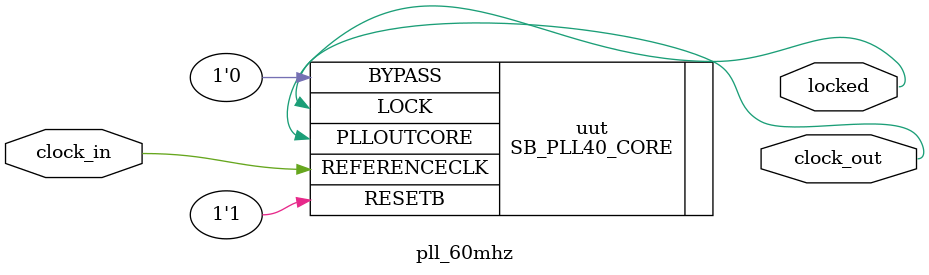
<source format=v>
/**
 * PLL configuration
 *
 * This Verilog module was generated automatically
 * using the icepll tool from the IceStorm project.
 * Use at your own risk.
 *
 * Given input frequency:        12.000 MHz
 * Requested output frequency:   60.000 MHz
 * Achieved output frequency:    60.000 MHz
 */

module pll_60mhz(
	input  clock_in,
	output clock_out,
	output locked
	);

SB_PLL40_CORE #(
		.FEEDBACK_PATH("SIMPLE"),
		.DIVR(4'b0000),		// DIVR =  0
		.DIVF(7'b1001111),	// DIVF = 79
		.DIVQ(3'b100),		// DIVQ =  4
		.FILTER_RANGE(3'b001)	// FILTER_RANGE = 1
	) uut (
		.LOCK(locked),
		.RESETB(1'b1),
		.BYPASS(1'b0),
		.REFERENCECLK(clock_in),
		.PLLOUTCORE(clock_out)
		);

endmodule

</source>
